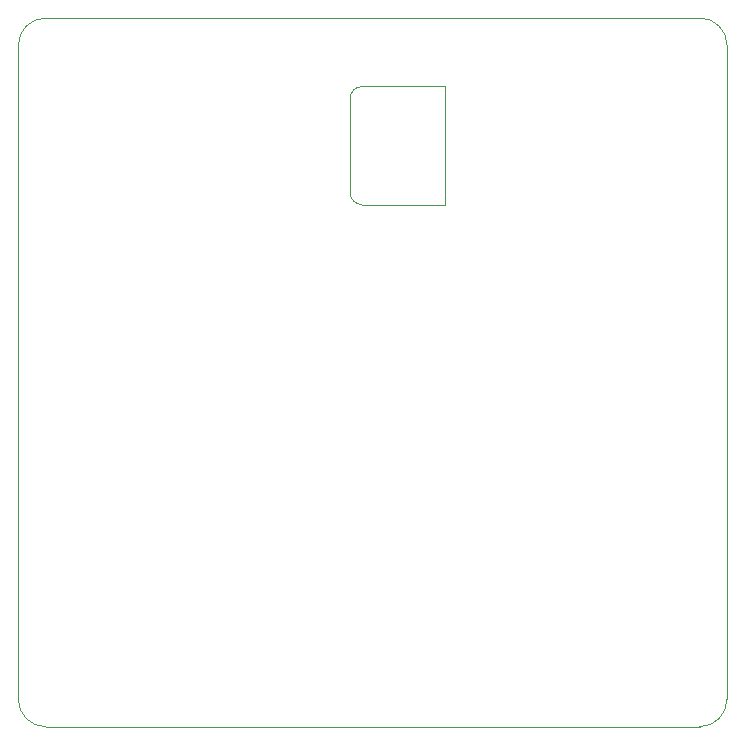
<source format=gm1>
G04 #@! TF.GenerationSoftware,KiCad,Pcbnew,(6.0.8)*
G04 #@! TF.CreationDate,2022-10-29T16:07:11-04:00*
G04 #@! TF.ProjectId,miura_board,6d697572-615f-4626-9f61-72642e6b6963,rev?*
G04 #@! TF.SameCoordinates,Original*
G04 #@! TF.FileFunction,Profile,NP*
%FSLAX46Y46*%
G04 Gerber Fmt 4.6, Leading zero omitted, Abs format (unit mm)*
G04 Created by KiCad (PCBNEW (6.0.8)) date 2022-10-29 16:07:11*
%MOMM*%
%LPD*%
G01*
G04 APERTURE LIST*
G04 #@! TA.AperFunction,Profile*
%ADD10C,0.100000*%
G04 #@! TD*
G04 APERTURE END LIST*
D10*
X89100000Y-31800000D02*
X89100000Y-39800000D01*
X97100000Y-40800000D02*
X90100000Y-40800000D01*
X97100000Y-30800000D02*
X90100000Y-30800000D01*
X89100000Y-39800000D02*
G75*
G03*
X90100000Y-40800000I999999J-1D01*
G01*
X97100000Y-30800000D02*
X97100000Y-40800000D01*
X90100000Y-30800000D02*
G75*
G03*
X89100000Y-31800000I0J-1000000D01*
G01*
X118700000Y-85000000D02*
G75*
G03*
X121000000Y-82700000I0J2300000D01*
G01*
X118700000Y-25000000D02*
X63300000Y-25000000D01*
X121000000Y-27300000D02*
G75*
G03*
X118700000Y-25000000I-2300000J0D01*
G01*
X63300000Y-85000000D02*
X118700000Y-85000000D01*
X61000000Y-82700000D02*
G75*
G03*
X63300000Y-85000000I2300000J0D01*
G01*
X63300000Y-25000000D02*
G75*
G03*
X61000000Y-27300000I0J-2300000D01*
G01*
X121000000Y-27300000D02*
X121000000Y-82700000D01*
X61000000Y-82700000D02*
X61000000Y-27300000D01*
M02*

</source>
